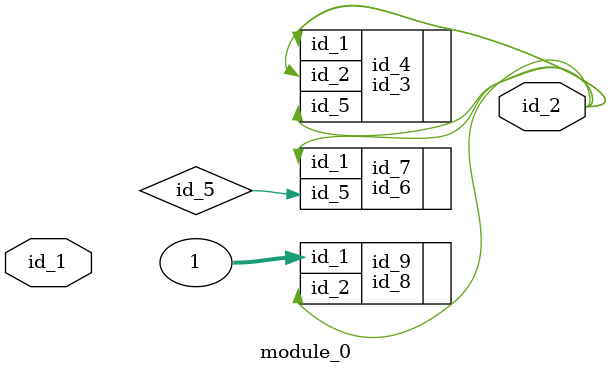
<source format=v>
module module_0 (
    id_1,
    id_2
);
  output id_2;
  input id_1;
  id_3 id_4 (
      .id_2(id_1),
      .id_2(id_2),
      .id_5(id_2),
      .id_1(id_2)
  );
  id_6 id_7 (
      .id_1(id_2),
      .id_5(id_5)
  );
  id_8 id_9 (
      .id_2(id_2),
      .id_1(1)
  );
endmodule

</source>
